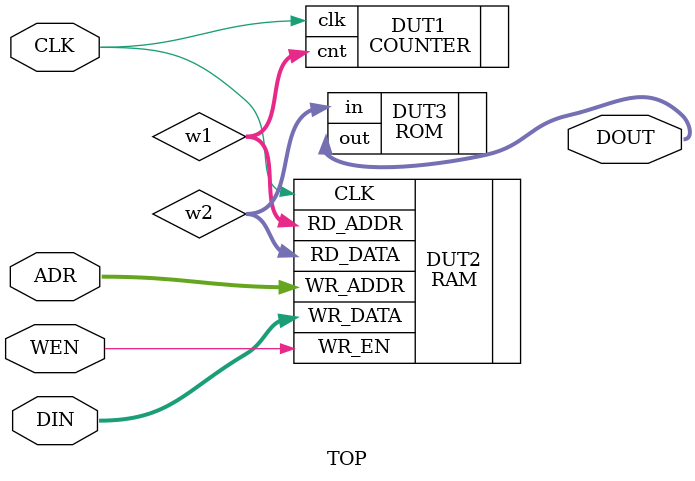
<source format=v>
module TOP(input[3:0] ADR, input WEN, input[3:0] DIN, input CLK, output[3:0] DOUT);
	wire[3:0] w1;
	wire[3:0] w2;
	
	COUNTER DUT1(.clk(CLK),.cnt(w1));
	RAM DUT2(.WR_ADDR(ADR),.WR_EN(WEN),.WR_DATA(DIN),.CLK(CLK),.RD_ADDR(w1),.RD_DATA(w2));
	ROM DUT3(.in(w2),.out(DOUT));
endmodule
</source>
